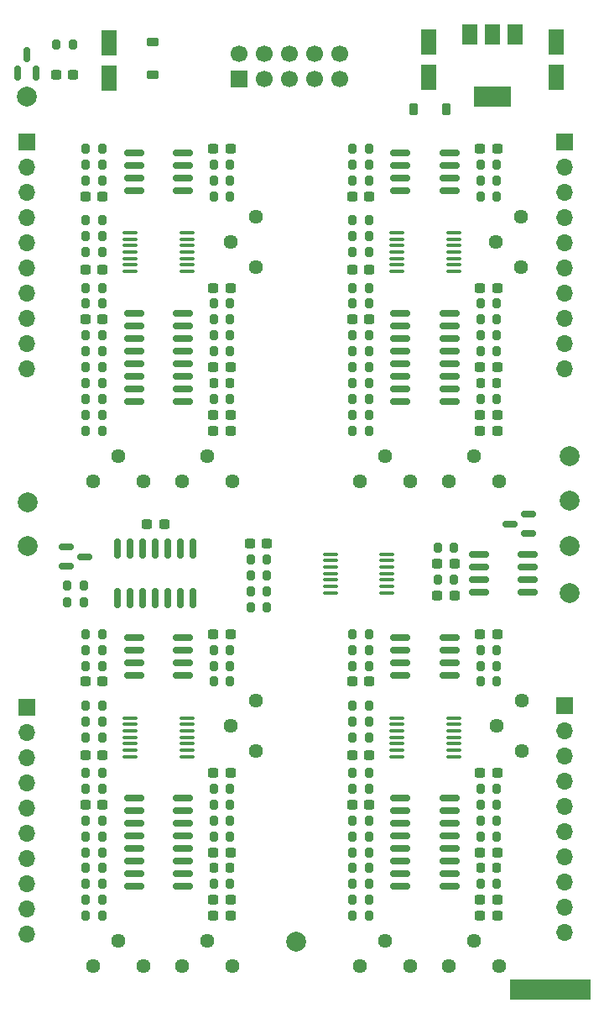
<source format=gbr>
%TF.GenerationSoftware,KiCad,Pcbnew,7.0.6*%
%TF.CreationDate,2023-08-14T18:27:38+01:00*%
%TF.ProjectId,Quadraphone_Components,51756164-7261-4706-986f-6e655f436f6d,rev?*%
%TF.SameCoordinates,Original*%
%TF.FileFunction,Soldermask,Top*%
%TF.FilePolarity,Negative*%
%FSLAX46Y46*%
G04 Gerber Fmt 4.6, Leading zero omitted, Abs format (unit mm)*
G04 Created by KiCad (PCBNEW 7.0.6) date 2023-08-14 18:27:38*
%MOMM*%
%LPD*%
G01*
G04 APERTURE LIST*
G04 Aperture macros list*
%AMRoundRect*
0 Rectangle with rounded corners*
0 $1 Rounding radius*
0 $2 $3 $4 $5 $6 $7 $8 $9 X,Y pos of 4 corners*
0 Add a 4 corners polygon primitive as box body*
4,1,4,$2,$3,$4,$5,$6,$7,$8,$9,$2,$3,0*
0 Add four circle primitives for the rounded corners*
1,1,$1+$1,$2,$3*
1,1,$1+$1,$4,$5*
1,1,$1+$1,$6,$7*
1,1,$1+$1,$8,$9*
0 Add four rect primitives between the rounded corners*
20,1,$1+$1,$2,$3,$4,$5,0*
20,1,$1+$1,$4,$5,$6,$7,0*
20,1,$1+$1,$6,$7,$8,$9,0*
20,1,$1+$1,$8,$9,$2,$3,0*%
G04 Aperture macros list end*
%ADD10C,0.100000*%
%ADD11C,2.000000*%
%ADD12RoundRect,0.225000X0.225000X0.375000X-0.225000X0.375000X-0.225000X-0.375000X0.225000X-0.375000X0*%
%ADD13RoundRect,0.225000X0.375000X-0.225000X0.375000X0.225000X-0.375000X0.225000X-0.375000X-0.225000X0*%
%ADD14R,1.700000X1.700000*%
%ADD15C,1.700000*%
%ADD16RoundRect,0.237500X0.300000X0.237500X-0.300000X0.237500X-0.300000X-0.237500X0.300000X-0.237500X0*%
%ADD17C,1.440000*%
%ADD18RoundRect,0.218750X-0.218750X-0.256250X0.218750X-0.256250X0.218750X0.256250X-0.218750X0.256250X0*%
%ADD19RoundRect,0.200000X-0.200000X-0.275000X0.200000X-0.275000X0.200000X0.275000X-0.200000X0.275000X0*%
%ADD20RoundRect,0.237500X-0.300000X-0.237500X0.300000X-0.237500X0.300000X0.237500X-0.300000X0.237500X0*%
%ADD21RoundRect,0.200000X0.200000X0.275000X-0.200000X0.275000X-0.200000X-0.275000X0.200000X-0.275000X0*%
%ADD22RoundRect,0.150000X0.825000X0.150000X-0.825000X0.150000X-0.825000X-0.150000X0.825000X-0.150000X0*%
%ADD23RoundRect,0.150000X0.587500X0.150000X-0.587500X0.150000X-0.587500X-0.150000X0.587500X-0.150000X0*%
%ADD24RoundRect,0.150000X-0.150000X0.825000X-0.150000X-0.825000X0.150000X-0.825000X0.150000X0.825000X0*%
%ADD25RoundRect,0.100000X0.637500X0.100000X-0.637500X0.100000X-0.637500X-0.100000X0.637500X-0.100000X0*%
%ADD26RoundRect,0.250000X0.550000X-1.050000X0.550000X1.050000X-0.550000X1.050000X-0.550000X-1.050000X0*%
%ADD27RoundRect,0.150000X-0.587500X-0.150000X0.587500X-0.150000X0.587500X0.150000X-0.587500X0.150000X0*%
%ADD28RoundRect,0.150000X-0.825000X-0.150000X0.825000X-0.150000X0.825000X0.150000X-0.825000X0.150000X0*%
%ADD29RoundRect,0.150000X0.150000X-0.587500X0.150000X0.587500X-0.150000X0.587500X-0.150000X-0.587500X0*%
%ADD30R,1.500000X2.000000*%
%ADD31R,3.800000X2.000000*%
%ADD32O,1.700000X1.700000*%
G04 APERTURE END LIST*
%TO.C,FID1*%
D10*
X109600000Y-149400000D02*
X101600000Y-149400000D01*
X101600000Y-147400000D01*
X109600000Y-147400000D01*
X109600000Y-149400000D01*
G36*
X109600000Y-149400000D02*
G01*
X101600000Y-149400000D01*
X101600000Y-147400000D01*
X109600000Y-147400000D01*
X109600000Y-149400000D01*
G37*
%TD*%
D11*
%TO.C,TP7*%
X52900000Y-103700000D03*
%TD*%
%TO.C,TP1*%
X52900000Y-99300000D03*
%TD*%
%TO.C,TP5*%
X107600000Y-108500000D03*
%TD*%
%TO.C,TP3*%
X107600000Y-99200000D03*
%TD*%
%TO.C,TP2*%
X107600000Y-94700000D03*
%TD*%
D12*
%TO.C,D1*%
X95118750Y-59700000D03*
X91818750Y-59700000D03*
%TD*%
D13*
%TO.C,D2*%
X65500000Y-56250000D03*
X65500000Y-52950000D03*
%TD*%
D14*
%TO.C,J5*%
X74200000Y-56700000D03*
D15*
X74200000Y-54160000D03*
X76740000Y-56700000D03*
X76740000Y-54160000D03*
X79280000Y-56700000D03*
X79280000Y-54160000D03*
X81820000Y-56700000D03*
X81820000Y-54160000D03*
X84360000Y-56700000D03*
X84360000Y-54160000D03*
%TD*%
D16*
%TO.C,C40*%
X87362500Y-117400000D03*
X85637500Y-117400000D03*
%TD*%
D11*
%TO.C,TP6*%
X52800000Y-58400000D03*
%TD*%
D17*
%TO.C,HF_Track_Trim3*%
X68500000Y-146100000D03*
X71040000Y-143560000D03*
X73580000Y-146100000D03*
%TD*%
D18*
%TO.C,D3*%
X71712500Y-87300000D03*
X73287500Y-87300000D03*
%TD*%
D19*
%TO.C,R2*%
X75375000Y-106700000D03*
X77025000Y-106700000D03*
%TD*%
D16*
%TO.C,C31*%
X73362500Y-141000000D03*
X71637500Y-141000000D03*
%TD*%
D17*
%TO.C,HF_Track_Trim1*%
X68500000Y-97200000D03*
X71040000Y-94660000D03*
X73580000Y-97200000D03*
%TD*%
D16*
%TO.C,C4*%
X73362500Y-77700000D03*
X71637500Y-77700000D03*
%TD*%
D20*
%TO.C,C16*%
X98537500Y-85700000D03*
X100262500Y-85700000D03*
%TD*%
D21*
%TO.C,R82*%
X60425000Y-131400000D03*
X58775000Y-131400000D03*
%TD*%
D17*
%TO.C,Base_Freq_Trim4*%
X86400000Y-146100000D03*
X88940000Y-143560000D03*
X91480000Y-146100000D03*
%TD*%
D19*
%TO.C,R8*%
X71675000Y-82500000D03*
X73325000Y-82500000D03*
%TD*%
D17*
%TO.C,Expo_Trim2*%
X102700000Y-75600000D03*
X100160000Y-73060000D03*
X102700000Y-70520000D03*
%TD*%
D21*
%TO.C,R95*%
X60425000Y-119800000D03*
X58775000Y-119800000D03*
%TD*%
%TO.C,R43*%
X87325000Y-92100000D03*
X85675000Y-92100000D03*
%TD*%
%TO.C,R4*%
X95925000Y-107100000D03*
X94275000Y-107100000D03*
%TD*%
%TO.C,R13*%
X87325000Y-128200000D03*
X85675000Y-128200000D03*
%TD*%
D22*
%TO.C,U18*%
X95475000Y-116805000D03*
X95475000Y-115535000D03*
X95475000Y-114265000D03*
X95475000Y-112995000D03*
X90525000Y-112995000D03*
X90525000Y-114265000D03*
X90525000Y-115535000D03*
X90525000Y-116805000D03*
%TD*%
D23*
%TO.C,U14*%
X103437500Y-102450000D03*
X103437500Y-100550000D03*
X101562500Y-101500000D03*
%TD*%
D16*
%TO.C,C9*%
X77062500Y-103500000D03*
X75337500Y-103500000D03*
%TD*%
D24*
%TO.C,U5*%
X69610000Y-104025000D03*
X68340000Y-104025000D03*
X67070000Y-104025000D03*
X65800000Y-104025000D03*
X64530000Y-104025000D03*
X63260000Y-104025000D03*
X61990000Y-104025000D03*
X61990000Y-108975000D03*
X63260000Y-108975000D03*
X64530000Y-108975000D03*
X65800000Y-108975000D03*
X67070000Y-108975000D03*
X68340000Y-108975000D03*
X69610000Y-108975000D03*
%TD*%
D22*
%TO.C,U3*%
X103375000Y-108405000D03*
X103375000Y-107135000D03*
X103375000Y-105865000D03*
X103375000Y-104595000D03*
X98425000Y-104595000D03*
X98425000Y-105865000D03*
X98425000Y-107135000D03*
X98425000Y-108405000D03*
%TD*%
D19*
%TO.C,R39*%
X85675000Y-85700000D03*
X87325000Y-85700000D03*
%TD*%
%TO.C,R22*%
X58775000Y-88900000D03*
X60425000Y-88900000D03*
%TD*%
%TO.C,R64*%
X85675000Y-137800000D03*
X87325000Y-137800000D03*
%TD*%
D16*
%TO.C,C33*%
X60462500Y-75900000D03*
X58737500Y-75900000D03*
%TD*%
D21*
%TO.C,R9*%
X73325000Y-88900000D03*
X71675000Y-88900000D03*
%TD*%
D19*
%TO.C,R44*%
X98575000Y-66900000D03*
X100225000Y-66900000D03*
%TD*%
D21*
%TO.C,R11*%
X60425000Y-72500000D03*
X58775000Y-72500000D03*
%TD*%
D18*
%TO.C,D5*%
X98612500Y-136200000D03*
X100187500Y-136200000D03*
%TD*%
D25*
%TO.C,U15*%
X68962500Y-124950000D03*
X68962500Y-124300000D03*
X68962500Y-123650000D03*
X68962500Y-123000000D03*
X68962500Y-122350000D03*
X68962500Y-121700000D03*
X68962500Y-121050000D03*
X63237500Y-121050000D03*
X63237500Y-121700000D03*
X63237500Y-122350000D03*
X63237500Y-123000000D03*
X63237500Y-123650000D03*
X63237500Y-124300000D03*
X63237500Y-124950000D03*
%TD*%
D17*
%TO.C,Base_Freq_Trim1*%
X59500000Y-97200000D03*
X62040000Y-94660000D03*
X64580000Y-97200000D03*
%TD*%
D19*
%TO.C,R21*%
X58775000Y-63700000D03*
X60425000Y-63700000D03*
%TD*%
D26*
%TO.C,C11*%
X93400000Y-56500000D03*
X93400000Y-52900000D03*
%TD*%
D19*
%TO.C,R29*%
X58775000Y-65300000D03*
X60425000Y-65300000D03*
%TD*%
%TO.C,R91*%
X71675000Y-117400000D03*
X73325000Y-117400000D03*
%TD*%
D17*
%TO.C,Expo_Trim3*%
X75900000Y-124425000D03*
X73360000Y-121885000D03*
X75900000Y-119345000D03*
%TD*%
D20*
%TO.C,C22*%
X98537500Y-134600000D03*
X100262500Y-134600000D03*
%TD*%
D21*
%TO.C,R77*%
X60425000Y-121400000D03*
X58775000Y-121400000D03*
%TD*%
D19*
%TO.C,R34*%
X85675000Y-87300000D03*
X87325000Y-87300000D03*
%TD*%
%TO.C,R18*%
X58775000Y-87300000D03*
X60425000Y-87300000D03*
%TD*%
%TO.C,R92*%
X58775000Y-112600000D03*
X60425000Y-112600000D03*
%TD*%
D22*
%TO.C,U13*%
X95475000Y-67905000D03*
X95475000Y-66635000D03*
X95475000Y-65365000D03*
X95475000Y-64095000D03*
X90525000Y-64095000D03*
X90525000Y-65365000D03*
X90525000Y-66635000D03*
X90525000Y-67905000D03*
%TD*%
D16*
%TO.C,C35*%
X87362500Y-75900000D03*
X85637500Y-75900000D03*
%TD*%
D20*
%TO.C,C24*%
X98537500Y-112600000D03*
X100262500Y-112600000D03*
%TD*%
D19*
%TO.C,R7*%
X94275000Y-103900000D03*
X95925000Y-103900000D03*
%TD*%
D21*
%TO.C,R35*%
X87325000Y-77700000D03*
X85675000Y-77700000D03*
%TD*%
D16*
%TO.C,C29*%
X73362500Y-139400000D03*
X71637500Y-139400000D03*
%TD*%
%TO.C,C19*%
X100262500Y-92100000D03*
X98537500Y-92100000D03*
%TD*%
D19*
%TO.C,R73*%
X98575000Y-114200000D03*
X100225000Y-114200000D03*
%TD*%
D22*
%TO.C,U16*%
X68575000Y-116805000D03*
X68575000Y-115535000D03*
X68575000Y-114265000D03*
X68575000Y-112995000D03*
X63625000Y-112995000D03*
X63625000Y-114265000D03*
X63625000Y-115535000D03*
X63625000Y-116805000D03*
%TD*%
D21*
%TO.C,R31*%
X87325000Y-72500000D03*
X85675000Y-72500000D03*
%TD*%
D17*
%TO.C,Expo_Trim4*%
X102800000Y-124425000D03*
X100260000Y-121885000D03*
X102800000Y-119345000D03*
%TD*%
D21*
%TO.C,R75*%
X100225000Y-129800000D03*
X98575000Y-129800000D03*
%TD*%
%TO.C,R94*%
X60425000Y-139400000D03*
X58775000Y-139400000D03*
%TD*%
%TO.C,R76*%
X100225000Y-133000000D03*
X98575000Y-133000000D03*
%TD*%
D16*
%TO.C,C6*%
X73362500Y-90500000D03*
X71637500Y-90500000D03*
%TD*%
D21*
%TO.C,R24*%
X73325000Y-80900000D03*
X71675000Y-80900000D03*
%TD*%
D19*
%TO.C,R32*%
X85675000Y-84100000D03*
X87325000Y-84100000D03*
%TD*%
D21*
%TO.C,R63*%
X87325000Y-123000000D03*
X85675000Y-123000000D03*
%TD*%
D20*
%TO.C,C26*%
X58737500Y-129800000D03*
X60462500Y-129800000D03*
%TD*%
D16*
%TO.C,C25*%
X100262500Y-141000000D03*
X98537500Y-141000000D03*
%TD*%
D19*
%TO.C,R74*%
X85675000Y-114200000D03*
X87325000Y-114200000D03*
%TD*%
D25*
%TO.C,U11*%
X95862500Y-124950000D03*
X95862500Y-124300000D03*
X95862500Y-123650000D03*
X95862500Y-123000000D03*
X95862500Y-122350000D03*
X95862500Y-121700000D03*
X95862500Y-121050000D03*
X90137500Y-121050000D03*
X90137500Y-121700000D03*
X90137500Y-122350000D03*
X90137500Y-123000000D03*
X90137500Y-123650000D03*
X90137500Y-124300000D03*
X90137500Y-124950000D03*
%TD*%
D21*
%TO.C,R66*%
X87325000Y-141000000D03*
X85675000Y-141000000D03*
%TD*%
%TO.C,R89*%
X60425000Y-141000000D03*
X58775000Y-141000000D03*
%TD*%
D16*
%TO.C,C27*%
X73362500Y-126600000D03*
X71637500Y-126600000D03*
%TD*%
D19*
%TO.C,R68*%
X98575000Y-117400000D03*
X100225000Y-117400000D03*
%TD*%
%TO.C,R90*%
X71675000Y-115800000D03*
X73325000Y-115800000D03*
%TD*%
%TO.C,R17*%
X58775000Y-85700000D03*
X60425000Y-85700000D03*
%TD*%
D26*
%TO.C,C12*%
X61100000Y-56600000D03*
X61100000Y-53000000D03*
%TD*%
D19*
%TO.C,R87*%
X58775000Y-137800000D03*
X60425000Y-137800000D03*
%TD*%
D16*
%TO.C,C36*%
X87362500Y-68500000D03*
X85637500Y-68500000D03*
%TD*%
%TO.C,C15*%
X100262500Y-77700000D03*
X98537500Y-77700000D03*
%TD*%
D19*
%TO.C,R62*%
X85675000Y-134600000D03*
X87325000Y-134600000D03*
%TD*%
D16*
%TO.C,C21*%
X100262500Y-126600000D03*
X98537500Y-126600000D03*
%TD*%
D11*
%TO.C,TP8*%
X107600000Y-103700000D03*
%TD*%
D21*
%TO.C,R52*%
X100225000Y-80900000D03*
X98575000Y-80900000D03*
%TD*%
%TO.C,R23*%
X60425000Y-92100000D03*
X58775000Y-92100000D03*
%TD*%
D16*
%TO.C,C1*%
X95962500Y-108700000D03*
X94237500Y-108700000D03*
%TD*%
%TO.C,C8*%
X73362500Y-92100000D03*
X71637500Y-92100000D03*
%TD*%
%TO.C,C39*%
X87362500Y-124800000D03*
X85637500Y-124800000D03*
%TD*%
D11*
%TO.C,TP4*%
X80000000Y-143600000D03*
%TD*%
D21*
%TO.C,R47*%
X87325000Y-66900000D03*
X85675000Y-66900000D03*
%TD*%
D27*
%TO.C,Q1*%
X56762500Y-103850000D03*
X56762500Y-105750000D03*
X58637500Y-104800000D03*
%TD*%
D17*
%TO.C,Base_Freq_Trim2*%
X86400000Y-97200000D03*
X88940000Y-94660000D03*
X91480000Y-97200000D03*
%TD*%
D19*
%TO.C,R38*%
X98575000Y-82500000D03*
X100225000Y-82500000D03*
%TD*%
D25*
%TO.C,U7*%
X95862500Y-76050000D03*
X95862500Y-75400000D03*
X95862500Y-74750000D03*
X95862500Y-74100000D03*
X95862500Y-73450000D03*
X95862500Y-72800000D03*
X95862500Y-72150000D03*
X90137500Y-72150000D03*
X90137500Y-72800000D03*
X90137500Y-73450000D03*
X90137500Y-74100000D03*
X90137500Y-74750000D03*
X90137500Y-75400000D03*
X90137500Y-76050000D03*
%TD*%
D21*
%TO.C,R100*%
X57425000Y-53200000D03*
X55775000Y-53200000D03*
%TD*%
D19*
%TO.C,R19*%
X71675000Y-66900000D03*
X73325000Y-66900000D03*
%TD*%
D20*
%TO.C,C41*%
X71637500Y-63700000D03*
X73362500Y-63700000D03*
%TD*%
D16*
%TO.C,C34*%
X60462500Y-68500000D03*
X58737500Y-68500000D03*
%TD*%
D18*
%TO.C,D4*%
X98612500Y-87300000D03*
X100187500Y-87300000D03*
%TD*%
D19*
%TO.C,R37*%
X58775000Y-84100000D03*
X60425000Y-84100000D03*
%TD*%
D21*
%TO.C,R60*%
X87325000Y-79300000D03*
X85675000Y-79300000D03*
%TD*%
D19*
%TO.C,R67*%
X98575000Y-115800000D03*
X100225000Y-115800000D03*
%TD*%
%TO.C,R45*%
X98575000Y-68500000D03*
X100225000Y-68500000D03*
%TD*%
D20*
%TO.C,C13*%
X58737500Y-80900000D03*
X60462500Y-80900000D03*
%TD*%
%TO.C,C10*%
X55737500Y-56200000D03*
X57462500Y-56200000D03*
%TD*%
D19*
%TO.C,R56*%
X98575000Y-128200000D03*
X100225000Y-128200000D03*
%TD*%
D21*
%TO.C,R25*%
X60425000Y-79300000D03*
X58775000Y-79300000D03*
%TD*%
%TO.C,R83*%
X60425000Y-128200000D03*
X58775000Y-128200000D03*
%TD*%
%TO.C,R88*%
X73325000Y-137800000D03*
X71675000Y-137800000D03*
%TD*%
%TO.C,R12*%
X60425000Y-77700000D03*
X58775000Y-77700000D03*
%TD*%
D19*
%TO.C,R10*%
X71675000Y-79300000D03*
X73325000Y-79300000D03*
%TD*%
D17*
%TO.C,Expo_Trim1*%
X75900000Y-75600000D03*
X73360000Y-73060000D03*
X75900000Y-70520000D03*
%TD*%
D20*
%TO.C,C30*%
X71637500Y-112600000D03*
X73362500Y-112600000D03*
%TD*%
D19*
%TO.C,R69*%
X85675000Y-112600000D03*
X87325000Y-112600000D03*
%TD*%
D21*
%TO.C,R81*%
X60425000Y-126600000D03*
X58775000Y-126600000D03*
%TD*%
D19*
%TO.C,R61*%
X98575000Y-131400000D03*
X100225000Y-131400000D03*
%TD*%
D18*
%TO.C,D6*%
X71712500Y-136200000D03*
X73287500Y-136200000D03*
%TD*%
D19*
%TO.C,R79*%
X71675000Y-128200000D03*
X73325000Y-128200000D03*
%TD*%
%TO.C,R46*%
X85675000Y-63700000D03*
X87325000Y-63700000D03*
%TD*%
D21*
%TO.C,R36*%
X87325000Y-82500000D03*
X85675000Y-82500000D03*
%TD*%
%TO.C,R98*%
X73325000Y-131400000D03*
X71675000Y-131400000D03*
%TD*%
D28*
%TO.C,U22*%
X63625000Y-129155000D03*
X63625000Y-130425000D03*
X63625000Y-131695000D03*
X63625000Y-132965000D03*
X63625000Y-134235000D03*
X63625000Y-135505000D03*
X63625000Y-136775000D03*
X63625000Y-138045000D03*
X68575000Y-138045000D03*
X68575000Y-136775000D03*
X68575000Y-135505000D03*
X68575000Y-134235000D03*
X68575000Y-132965000D03*
X68575000Y-131695000D03*
X68575000Y-130425000D03*
X68575000Y-129155000D03*
%TD*%
D19*
%TO.C,R33*%
X98575000Y-79300000D03*
X100225000Y-79300000D03*
%TD*%
%TO.C,R41*%
X85675000Y-88900000D03*
X87325000Y-88900000D03*
%TD*%
D21*
%TO.C,R30*%
X73325000Y-84100000D03*
X71675000Y-84100000D03*
%TD*%
D28*
%TO.C,U17*%
X90525000Y-129155000D03*
X90525000Y-130425000D03*
X90525000Y-131695000D03*
X90525000Y-132965000D03*
X90525000Y-134235000D03*
X90525000Y-135505000D03*
X90525000Y-136775000D03*
X90525000Y-138045000D03*
X95475000Y-138045000D03*
X95475000Y-136775000D03*
X95475000Y-135505000D03*
X95475000Y-134235000D03*
X95475000Y-132965000D03*
X95475000Y-131695000D03*
X95475000Y-130425000D03*
X95475000Y-129155000D03*
%TD*%
D21*
%TO.C,R102*%
X58525000Y-107700000D03*
X56875000Y-107700000D03*
%TD*%
D19*
%TO.C,R84*%
X71675000Y-133000000D03*
X73325000Y-133000000D03*
%TD*%
D20*
%TO.C,C7*%
X94237500Y-105500000D03*
X95962500Y-105500000D03*
%TD*%
D21*
%TO.C,R48*%
X87325000Y-90500000D03*
X85675000Y-90500000D03*
%TD*%
D19*
%TO.C,R20*%
X71675000Y-68500000D03*
X73325000Y-68500000D03*
%TD*%
%TO.C,R50*%
X98575000Y-65300000D03*
X100225000Y-65300000D03*
%TD*%
%TO.C,R55*%
X85675000Y-133000000D03*
X87325000Y-133000000D03*
%TD*%
D16*
%TO.C,C17*%
X100262500Y-90500000D03*
X98537500Y-90500000D03*
%TD*%
D17*
%TO.C,Base_Freq_Trim3*%
X59500000Y-146100000D03*
X62040000Y-143560000D03*
X64580000Y-146100000D03*
%TD*%
D16*
%TO.C,C32*%
X66662500Y-101500000D03*
X64937500Y-101500000D03*
%TD*%
D29*
%TO.C,U4*%
X51850000Y-56037500D03*
X53750000Y-56037500D03*
X52800000Y-54162500D03*
%TD*%
D20*
%TO.C,C18*%
X98537500Y-63700000D03*
X100262500Y-63700000D03*
%TD*%
D16*
%TO.C,C37*%
X60462500Y-124800000D03*
X58737500Y-124800000D03*
%TD*%
D20*
%TO.C,C14*%
X85637500Y-80900000D03*
X87362500Y-80900000D03*
%TD*%
D19*
%TO.C,R85*%
X58775000Y-134600000D03*
X60425000Y-134600000D03*
%TD*%
D21*
%TO.C,R16*%
X60425000Y-90500000D03*
X58775000Y-90500000D03*
%TD*%
D26*
%TO.C,C3*%
X106268750Y-56500000D03*
X106268750Y-52900000D03*
%TD*%
D19*
%TO.C,R80*%
X58775000Y-136200000D03*
X60425000Y-136200000D03*
%TD*%
D21*
%TO.C,R72*%
X87325000Y-119800000D03*
X85675000Y-119800000D03*
%TD*%
%TO.C,R71*%
X87325000Y-139400000D03*
X85675000Y-139400000D03*
%TD*%
D16*
%TO.C,C23*%
X100262500Y-139400000D03*
X98537500Y-139400000D03*
%TD*%
D19*
%TO.C,R57*%
X85675000Y-136200000D03*
X87325000Y-136200000D03*
%TD*%
D25*
%TO.C,U6*%
X68962500Y-76050000D03*
X68962500Y-75400000D03*
X68962500Y-74750000D03*
X68962500Y-74100000D03*
X68962500Y-73450000D03*
X68962500Y-72800000D03*
X68962500Y-72150000D03*
X63237500Y-72150000D03*
X63237500Y-72800000D03*
X63237500Y-73450000D03*
X63237500Y-74100000D03*
X63237500Y-74750000D03*
X63237500Y-75400000D03*
X63237500Y-76050000D03*
%TD*%
D21*
%TO.C,R86*%
X60425000Y-123000000D03*
X58775000Y-123000000D03*
%TD*%
%TO.C,R99*%
X73325000Y-129800000D03*
X71675000Y-129800000D03*
%TD*%
%TO.C,R58*%
X87325000Y-126600000D03*
X85675000Y-126600000D03*
%TD*%
D25*
%TO.C,U8*%
X89162500Y-108450000D03*
X89162500Y-107800000D03*
X89162500Y-107150000D03*
X89162500Y-106500000D03*
X89162500Y-105850000D03*
X89162500Y-105200000D03*
X89162500Y-104550000D03*
X83437500Y-104550000D03*
X83437500Y-105200000D03*
X83437500Y-105850000D03*
X83437500Y-106500000D03*
X83437500Y-107150000D03*
X83437500Y-107800000D03*
X83437500Y-108450000D03*
%TD*%
D21*
%TO.C,R59*%
X87325000Y-131400000D03*
X85675000Y-131400000D03*
%TD*%
D17*
%TO.C,HF_Track_Trim2*%
X95400000Y-97200000D03*
X97940000Y-94660000D03*
X100480000Y-97200000D03*
%TD*%
D22*
%TO.C,U10*%
X68575000Y-67905000D03*
X68575000Y-66635000D03*
X68575000Y-65365000D03*
X68575000Y-64095000D03*
X63625000Y-64095000D03*
X63625000Y-65365000D03*
X63625000Y-66635000D03*
X63625000Y-67905000D03*
%TD*%
D19*
%TO.C,R78*%
X58775000Y-133000000D03*
X60425000Y-133000000D03*
%TD*%
D20*
%TO.C,C5*%
X71637500Y-85700000D03*
X73362500Y-85700000D03*
%TD*%
D21*
%TO.C,R70*%
X87325000Y-115800000D03*
X85675000Y-115800000D03*
%TD*%
D20*
%TO.C,C20*%
X85637500Y-129800000D03*
X87362500Y-129800000D03*
%TD*%
D21*
%TO.C,R42*%
X100225000Y-88900000D03*
X98575000Y-88900000D03*
%TD*%
D17*
%TO.C,HF_Track_Trim4*%
X95400000Y-146100000D03*
X97940000Y-143560000D03*
X100480000Y-146100000D03*
%TD*%
D21*
%TO.C,R54*%
X87325000Y-121400000D03*
X85675000Y-121400000D03*
%TD*%
%TO.C,R53*%
X100225000Y-84100000D03*
X98575000Y-84100000D03*
%TD*%
D28*
%TO.C,U9*%
X63625000Y-80255000D03*
X63625000Y-81525000D03*
X63625000Y-82795000D03*
X63625000Y-84065000D03*
X63625000Y-85335000D03*
X63625000Y-86605000D03*
X63625000Y-87875000D03*
X63625000Y-89145000D03*
X68575000Y-89145000D03*
X68575000Y-87875000D03*
X68575000Y-86605000D03*
X68575000Y-85335000D03*
X68575000Y-84065000D03*
X68575000Y-82795000D03*
X68575000Y-81525000D03*
X68575000Y-80255000D03*
%TD*%
D21*
%TO.C,R26*%
X60425000Y-66900000D03*
X58775000Y-66900000D03*
%TD*%
D19*
%TO.C,R51*%
X85675000Y-65300000D03*
X87325000Y-65300000D03*
%TD*%
D21*
%TO.C,R65*%
X100225000Y-137800000D03*
X98575000Y-137800000D03*
%TD*%
D20*
%TO.C,C28*%
X71637500Y-134600000D03*
X73362500Y-134600000D03*
%TD*%
D30*
%TO.C,U1*%
X102100000Y-52150000D03*
X99800000Y-52150000D03*
D31*
X99800000Y-58450000D03*
D30*
X97500000Y-52150000D03*
%TD*%
D19*
%TO.C,R28*%
X71675000Y-65300000D03*
X73325000Y-65300000D03*
%TD*%
D16*
%TO.C,C38*%
X60462500Y-117400000D03*
X58737500Y-117400000D03*
%TD*%
D19*
%TO.C,R1*%
X75375000Y-105100000D03*
X77025000Y-105100000D03*
%TD*%
D21*
%TO.C,R15*%
X60425000Y-74100000D03*
X58775000Y-74100000D03*
%TD*%
%TO.C,R40*%
X87325000Y-74100000D03*
X85675000Y-74100000D03*
%TD*%
%TO.C,R93*%
X60425000Y-115800000D03*
X58775000Y-115800000D03*
%TD*%
%TO.C,R27*%
X60425000Y-70900000D03*
X58775000Y-70900000D03*
%TD*%
D19*
%TO.C,R3*%
X75375000Y-108300000D03*
X77025000Y-108300000D03*
%TD*%
%TO.C,R97*%
X58775000Y-114200000D03*
X60425000Y-114200000D03*
%TD*%
D21*
%TO.C,R49*%
X87325000Y-70900000D03*
X85675000Y-70900000D03*
%TD*%
%TO.C,R14*%
X60425000Y-82500000D03*
X58775000Y-82500000D03*
%TD*%
D28*
%TO.C,U12*%
X90525000Y-80255000D03*
X90525000Y-81525000D03*
X90525000Y-82795000D03*
X90525000Y-84065000D03*
X90525000Y-85335000D03*
X90525000Y-86605000D03*
X90525000Y-87875000D03*
X90525000Y-89145000D03*
X95475000Y-89145000D03*
X95475000Y-87875000D03*
X95475000Y-86605000D03*
X95475000Y-85335000D03*
X95475000Y-84065000D03*
X95475000Y-82795000D03*
X95475000Y-81525000D03*
X95475000Y-80255000D03*
%TD*%
D21*
%TO.C,R101*%
X58525000Y-109400000D03*
X56875000Y-109400000D03*
%TD*%
D19*
%TO.C,R96*%
X71675000Y-114200000D03*
X73325000Y-114200000D03*
%TD*%
%TO.C,R6*%
X75375000Y-109900000D03*
X77025000Y-109900000D03*
%TD*%
D14*
%TO.C,J4*%
X107100000Y-119800000D03*
D32*
X107100000Y-122340000D03*
X107100000Y-124880000D03*
X107100000Y-127420000D03*
X107100000Y-129960000D03*
X107100000Y-132500000D03*
X107100000Y-135040000D03*
X107100000Y-137580000D03*
X107100000Y-140120000D03*
X107100000Y-142660000D03*
%TD*%
D14*
%TO.C,J3*%
X52800000Y-120000000D03*
D32*
X52800000Y-122540000D03*
X52800000Y-125080000D03*
X52800000Y-127620000D03*
X52800000Y-130160000D03*
X52800000Y-132700000D03*
X52800000Y-135240000D03*
X52800000Y-137780000D03*
X52800000Y-140320000D03*
X52800000Y-142860000D03*
%TD*%
D14*
%TO.C,J2*%
X107100000Y-63000000D03*
D32*
X107100000Y-65540000D03*
X107100000Y-68080000D03*
X107100000Y-70620000D03*
X107100000Y-73160000D03*
X107100000Y-75700000D03*
X107100000Y-78240000D03*
X107100000Y-80780000D03*
X107100000Y-83320000D03*
X107100000Y-85860000D03*
%TD*%
D14*
%TO.C,J1*%
X52800000Y-63000000D03*
D32*
X52800000Y-65540000D03*
X52800000Y-68080000D03*
X52800000Y-70620000D03*
X52800000Y-73160000D03*
X52800000Y-75700000D03*
X52800000Y-78240000D03*
X52800000Y-80780000D03*
X52800000Y-83320000D03*
X52800000Y-85860000D03*
%TD*%
M02*

</source>
